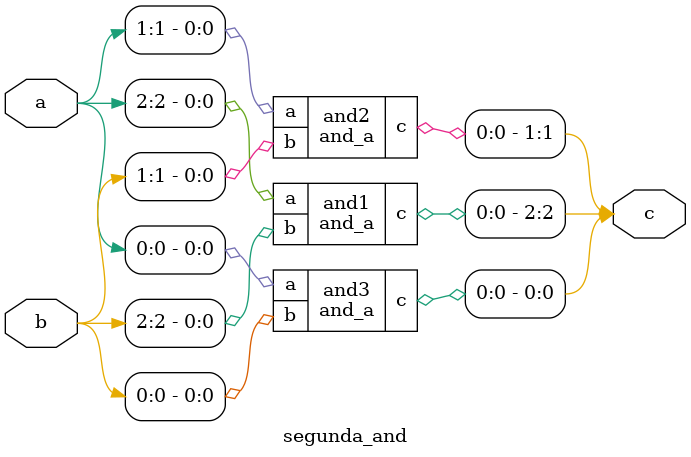
<source format=v>
`timescale 1ns/1ps

module test();
   reg [2:0]a;
   reg [2:0] b;
   

   wire [2:0]salida;

   segunda_and una_and((a), (b), (salida));// Instanciarlo
   
   initial begin
	  a = 0;
	  b = 0;		  
	 $display("Hello World");
	  $dumpfile("testb.vcd");
      $dumpvars(0, test);
   end
   initial
	 begin

		#1 a[2] = 0; a[1] = 0; a[0] = 1;
		   b[2] = 0; b[1] = 0; b[0] = 1;
		
		#1 a[2] = 1; a[1] = 0; a[0] = 1;
		   b[2] = 1; b[1] = 1; b[0] = 0;
		
		#1 a[2] = 1; a[1] = 1; a[0] = 0;
		   b[2] = 0; b[1] = 0; b[0] = 0;
		
		#1 a[2] = 1; a[1] = 1; a[0] = 1;
		   b[2] = 0; b[1] = 0; b[0] = 0;
		
		#1 a[2] = 0; a[1] = 0; a[0] = 0;
		   b[2] = 0; b[1] = 0; b[0] = 0;
		#3
		  $finish;
		
	 end
endmodule // test

/*
Compiling and runnig this code on linux
 $ iverlog filename.v -o file_output.out
 $vvp file_output.out
*/

module and_a(input a, input b, output c);
  //Celda tipica
   assign c = a&b;
endmodule

module segunda_and(input [2:0]a, input [2:0]b, output [2:0]c);
   //Construir el Moduludo Sumador
   and_a and1(a[2], b[2], c[2]);
   and_a and2(a[1], b[1], c[1]);
   and_a and3(a[0], b[0], c[0]);
endmodule   



</source>
